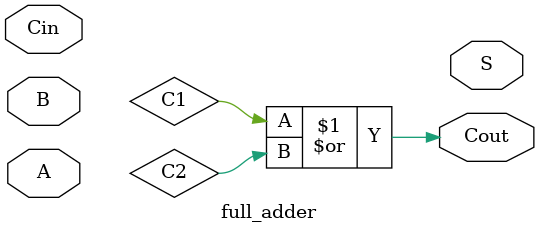
<source format=v>
module full_adder(S,Cout,A,B,Cin);
  input A,B,Cin;
  output S,Cout;
  wire S1,C1,C2;

  half_adder H1(.S1(s),.C1(cout),.A(a),.B(b));
  half_adder H2(.S(s),.C2(cout),.S1(a),.Cin(b));
  or o1(Cout,C1,C2);
endmodule

</source>
